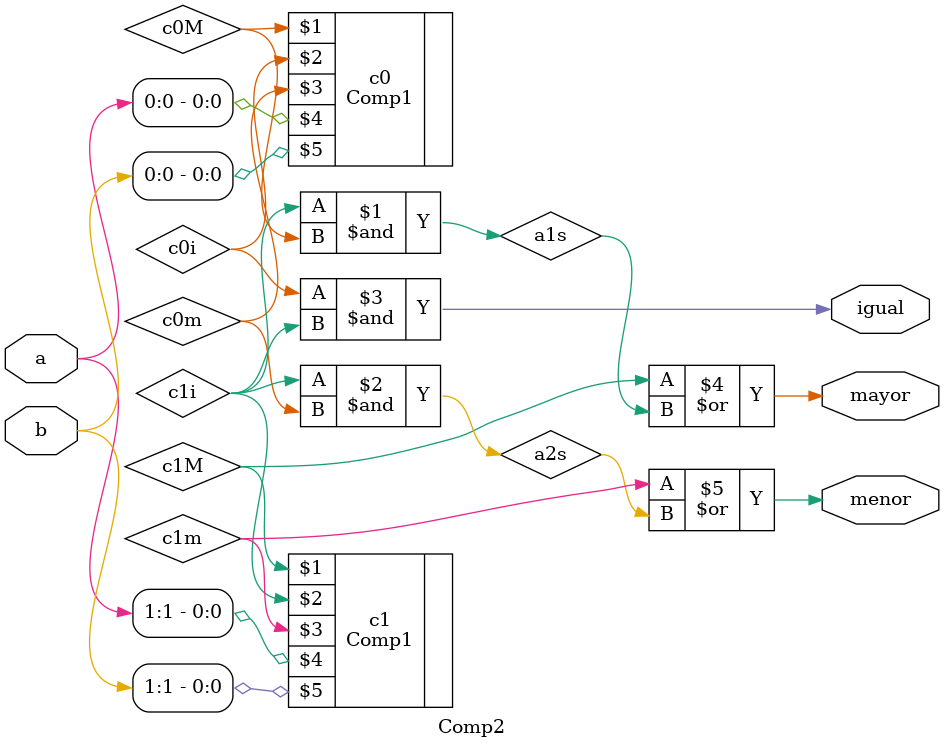
<source format=v>
module Comp2 (output wire mayor,
		output wire igual,
		output wire menor,
		input wire [1:0]a,
		input wire [1:0]b);
wire c0M,c0i,c0m,c1M,c1i,c1m,a1s,a2s;
	Comp1 c0(c0M,c0i,c0m,a[0],b[0]);
	Comp1 c1(c1M,c1i,c1m,a[1],b[1]);

	and a1(a1s,c1i,c0M);
	and a2(a2s,c1i,c0m);
	and a3(igual,c0i,c1i);
	or o1(mayor,c1M,a1s);
	or o2(menor,c1m,a2s);
endmodule

</source>
